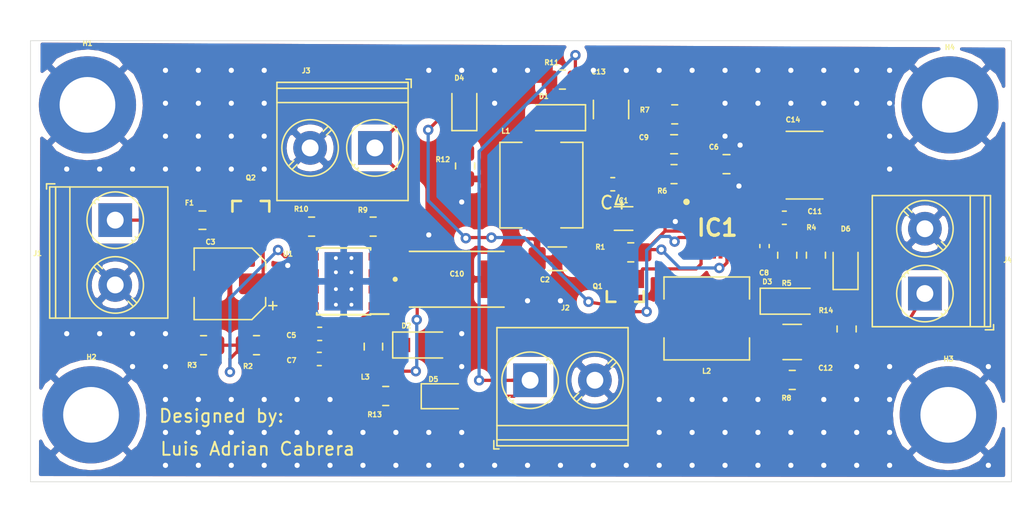
<source format=kicad_pcb>
(kicad_pcb (version 20171130) (host pcbnew "(5.1.12)-1")
  (layers (0 F.Cu signal) (31 B.Cu signal) (34 B.Paste user) (35 F.Paste user) (36 B.SilkS user) (37 F.SilkS user) (38 B.Mask user) (39 F.Mask user) (44 Edge.Cuts user))
  (net 0 "")
  (net 1 +5V)
  (net 2 GND)
  (net 3 "Net-(C2-Pad1)")
  (net 4 "Net-(C3-Pad1)")
  (net 5 "Net-(C4-Pad1)")
  (net 6 "Net-(C5-Pad2)")
  (net 7 "Net-(C5-Pad1)")
  (net 8 "Net-(C6-Pad1)")
  (net 9 "Net-(C8-Pad1)")
  (net 10 -12V)
  (net 11 +12V)
  (net 12 "Net-(C9-Pad2)")
  (net 13 "Net-(C11-Pad1)")
  (net 14 "Net-(C14-Pad1)")
  (net 15 "Net-(D1-Pad2)")
  (net 16 "Net-(D3-Pad1)")
  (net 17 "Net-(D4-Pad1)")
  (net 18 "Net-(D5-Pad1)")
  (net 19 "Net-(D6-Pad1)")
  (net 20 "Net-(F1-Pad1)")
  (net 21 VCC)
  (net 22 "Net-(IC1-Pad7)")
  (net 23 "Net-(R2-Pad2)")
  (net 24 FB)
  (net 25 "Net-(U1-Pad2)")
  (net 26 "Net-(U1-Pad3)")
  (net 27 "Net-(IC1-Pad12)")
  (net 28 "Net-(IC1-Pad20)")
  (module TerminalBlock_Phoenix:TerminalBlock_Phoenix_PT-1,5-2-5.0-H_1x02_P5.00mm_Horizontal (layer F.Cu) (at 147.51812 107.7341)
    (fp_text reference J2 (at 2.72288 -5.588) (layer F.SilkS) (effects (font (size 0.381 0.381) (thickness 0.09525))))
    (fp_text value Screw_Terminal_01x02)
    (pad 2 thru_hole circle (at 5 0) (size 2.6 2.6) (drill 1.3) (layers *.Cu *.Mask) (net 2 GND))
    (pad 1 thru_hole rect (at 0 0) (size 2.6 2.6) (drill 1.3) (layers *.Cu *.Mask) (net 11 +12V))
  )
  (module Capacitor_SMD:C_0402_1005Metric_Pad0.74x0.62mm_HandSolder (layer F.Cu) (at 165.608 97.38106 270)
    (fp_text reference C8 (at 2.06248 0.0381 180) (layer F.SilkS) (effects (font (size 0.381 0.381) (thickness 0.09525))))
    (fp_text value 8.2pF)
    (pad 1 smd roundrect (at -0.5675 0 270) (size 0.735 0.62) (layers F.Cu F.Paste F.Mask) (net 9 "Net-(C8-Pad1)"))
    (pad 2 smd roundrect (at 0.5675 0 270) (size 0.735 0.62) (layers F.Cu F.Paste F.Mask) (net 10 -12V))
  )
  (module Footprint_fuente:CAP_10TPB220M (layer F.Cu) (at 141.85646 99.94138)
    (fp_text reference C10 (at 0.01524 -0.41656) (layer F.SilkS) (effects (font (size 0.381 0.381) (thickness 0.09525))))
    (fp_text value 220u)
    (pad 2 smd rect (at 3.05 0) (size 2.4 2.9) (layers F.Cu F.Paste F.Mask) (net 2 GND))
    (pad 1 smd rect (at -3.05 0) (size 2.4 2.9) (layers F.Cu F.Paste F.Mask) (net 1 +5V))
  )
  (module Capacitor_SMD:C_1206_3216Metric_Pad1.33x1.80mm_HandSolder (layer F.Cu) (at 154.73172 95.25508)
    (fp_text reference C1 (at -0.00508 -1.38684) (layer F.SilkS) (effects (font (size 0.381 0.381) (thickness 0.09525))))
    (fp_text value 10uF)
    (pad 2 smd roundrect (at 1.5625 0) (size 1.325 1.8) (layers F.Cu F.Paste F.Mask) (roundrect_rratio 0.188679) (net 2 GND))
    (pad 1 smd roundrect (at -1.5625 0) (size 1.325 1.8) (layers F.Cu F.Paste F.Mask) (roundrect_rratio 0.188679) (net 1 +5V))
  )
  (module Capacitor_SMD:C_1206_3216Metric_Pad1.33x1.80mm_HandSolder (layer F.Cu) (at 149.62084 98.3615 180)
    (fp_text reference C2 (at 0.95972 -1.61036) (layer F.SilkS) (effects (font (size 0.381 0.381) (thickness 0.09525))))
    (fp_text value 10uF)
    (pad 1 smd roundrect (at -1.5625 0 180) (size 1.325 1.8) (layers F.Cu F.Paste F.Mask) (roundrect_rratio 0.188679) (net 3 "Net-(C2-Pad1)"))
    (pad 2 smd roundrect (at 1.5625 0 180) (size 1.325 1.8) (layers F.Cu F.Paste F.Mask) (roundrect_rratio 0.188679) (net 2 GND))
  )
  (module Capacitor_SMD:CP_Elec_5x5.9 (layer F.Cu) (at 124.35078 100.29444 180)
    (fp_text reference C3 (at 1.49606 3.23088) (layer F.SilkS) (effects (font (size 0.381 0.381) (thickness 0.09525))))
    (fp_text value 10u)
    (pad 2 smd roundrect (at 2.2 0 180) (size 3 1.6) (layers F.Cu F.Paste F.Mask) (roundrect_rratio 0.15625) (net 2 GND))
    (pad 1 smd roundrect (at -2.2 0 180) (size 3 1.6) (layers F.Cu F.Paste F.Mask) (roundrect_rratio 0.15625) (net 4 "Net-(C3-Pad1)"))
  )
  (module Capacitor_SMD:C_0603_1608Metric_Pad1.08x0.95mm_HandSolder (layer F.Cu) (at 131.28244 104.15778)
    (fp_text reference C5 (at -2.18948 0.10668) (layer F.SilkS) (effects (font (size 0.381 0.381) (thickness 0.09525))))
    (fp_text value 10n)
    (pad 1 smd roundrect (at -0.8625 0) (size 1.075 0.95) (layers F.Cu F.Paste F.Mask) (net 7 "Net-(C5-Pad1)"))
    (pad 2 smd roundrect (at 0.8625 0) (size 1.075 0.95) (layers F.Cu F.Paste F.Mask) (net 6 "Net-(C5-Pad2)"))
  )
  (module Capacitor_SMD:C_0603_1608Metric_Pad1.08x0.95mm_HandSolder (layer F.Cu) (at 131.25196 106.0958 180)
    (fp_text reference C7 (at 2.1463 -0.1016) (layer F.SilkS) (effects (font (size 0.381 0.381) (thickness 0.09525))))
    (fp_text value 10u)
    (pad 2 smd roundrect (at 0.8625 0 180) (size 1.075 0.95) (layers F.Cu F.Paste F.Mask) (net 2 GND))
    (pad 1 smd roundrect (at -0.8625 0 180) (size 1.075 0.95) (layers F.Cu F.Paste F.Mask) (net 1 +5V))
  )
  (module Capacitor_SMD:C_0805_2012Metric_Pad1.18x1.45mm_HandSolder (layer F.Cu) (at 158.62944 89.5223)
    (fp_text reference C9 (at -2.33426 -0.52578) (layer F.SilkS) (effects (font (size 0.381 0.381) (thickness 0.09525))))
    (fp_text value 6.8pF)
    (pad 2 smd roundrect (at 1.0375 0) (size 1.175 1.45) (layers F.Cu F.Paste F.Mask) (roundrect_rratio 0.212766) (net 12 "Net-(C9-Pad2)"))
    (pad 1 smd roundrect (at -1.0375 0) (size 1.175 1.45) (layers F.Cu F.Paste F.Mask) (roundrect_rratio 0.212766) (net 11 +12V))
  )
  (module Capacitor_SMD:C_0603_1608Metric_Pad1.08x0.95mm_HandSolder (layer F.Cu) (at 167.13708 95.19666)
    (fp_text reference C11 (at 2.35458 -0.49022 180) (layer F.SilkS) (effects (font (size 0.381 0.381) (thickness 0.09525))))
    (fp_text value 220n)
    (pad 1 smd roundrect (at -0.8625 0) (size 1.075 0.95) (layers F.Cu F.Paste F.Mask) (net 13 "Net-(C11-Pad1)"))
    (pad 2 smd roundrect (at 0.8625 0) (size 1.075 0.95) (layers F.Cu F.Paste F.Mask) (net 2 GND))
  )
  (module Capacitor_SMD:C_1210_3225Metric_Pad1.33x2.70mm_HandSolder (layer F.Cu) (at 167.74414 104.78262 180)
    (fp_text reference C12 (at -2.57556 -2.0066 180) (layer F.SilkS) (effects (font (size 0.381 0.381) (thickness 0.09525))))
    (fp_text value 22uF)
    (pad 2 smd roundrect (at 1.5625 0 180) (size 1.325 2.7) (layers F.Cu F.Paste F.Mask) (roundrect_rratio 0.188679) (net 2 GND))
    (pad 1 smd roundrect (at -1.5625 0 180) (size 1.325 2.7) (layers F.Cu F.Paste F.Mask) (roundrect_rratio 0.188679) (net 10 -12V))
  )
  (module Capacitor_SMD:C_1210_3225Metric_Pad1.33x2.70mm_HandSolder (layer F.Cu) (at 153.76398 86.8426 90)
    (fp_text reference C13 (at 2.91338 -0.97028 180) (layer F.SilkS) (effects (font (size 0.381 0.381) (thickness 0.09525))))
    (fp_text value 22uF)
    (pad 1 smd roundrect (at -1.5625 0 90) (size 1.325 2.7) (layers F.Cu F.Paste F.Mask) (roundrect_rratio 0.188679) (net 11 +12V))
    (pad 2 smd roundrect (at 1.5625 0 90) (size 1.325 2.7) (layers F.Cu F.Paste F.Mask) (roundrect_rratio 0.188679) (net 2 GND))
  )
  (module Capacitor_SMD:C_2220_5650Metric_Pad1.97x5.40mm_HandSolder (layer F.Cu) (at 168.69664 91.13774)
    (fp_text reference C14 (at -0.89154 -3.50774) (layer F.SilkS) (effects (font (size 0.381 0.381) (thickness 0.09525))))
    (fp_text value 4.7n)
    (pad 2 smd roundrect (at 2.6375 0) (size 1.975 5.4) (layers F.Cu F.Paste F.Mask) (roundrect_rratio 0.126582) (net 2 GND))
    (pad 1 smd roundrect (at -2.6375 0) (size 1.975 5.4) (layers F.Cu F.Paste F.Mask) (roundrect_rratio 0.126582) (net 14 "Net-(C14-Pad1)"))
  )
  (module Diode_SMD:D_SOD-123F (layer F.Cu) (at 149.5933 87.47506 180)
    (fp_text reference D1 (at 1.01854 1.651) (layer F.SilkS) (effects (font (size 0.381 0.381) (thickness 0.09525))))
    (fp_text value B5819W)
    (pad 2 smd rect (at 1.4 0 180) (size 1.1 1.1) (layers F.Cu F.Paste F.Mask) (net 15 "Net-(D1-Pad2)"))
    (pad 1 smd rect (at -1.4 0 180) (size 1.1 1.1) (layers F.Cu F.Paste F.Mask) (net 11 +12V))
  )
  (module Diode_SMD:D_SOD-123F (layer F.Cu) (at 139.1158 105.0163)
    (fp_text reference D2 (at -1.14808 -1.4859) (layer F.SilkS) (effects (font (size 0.381 0.381) (thickness 0.09525))))
    (fp_text value 85819W)
    (pad 2 smd rect (at 1.4 0) (size 1.1 1.1) (layers F.Cu F.Paste F.Mask) (net 2 GND))
    (pad 1 smd rect (at -1.4 0) (size 1.1 1.1) (layers F.Cu F.Paste F.Mask) (net 7 "Net-(C5-Pad1)"))
  )
  (module Diode_SMD:D_SOD-123F (layer F.Cu) (at 167.4749 101.63556)
    (fp_text reference D3 (at -1.65608 -1.50622) (layer F.SilkS) (effects (font (size 0.381 0.381) (thickness 0.09525))))
    (fp_text value B5819W)
    (pad 1 smd rect (at -1.4 0) (size 1.1 1.1) (layers F.Cu F.Paste F.Mask) (net 16 "Net-(D3-Pad1)"))
    (pad 2 smd rect (at 1.4 0) (size 1.1 1.1) (layers F.Cu F.Paste F.Mask) (net 10 -12V))
  )
  (module LED_SMD:LED_0805_2012Metric_Pad1.15x1.40mm_HandSolder (layer F.Cu) (at 142.44574 86.61146 90)
    (fp_text reference D4 (at 2.20218 -0.3937 180) (layer F.SilkS) (effects (font (size 0.381 0.381) (thickness 0.09525))))
    (fp_text value RED)
    (pad 2 smd roundrect (at 1.025 0 90) (size 1.15 1.4) (layers F.Cu F.Paste F.Mask) (roundrect_rratio 0.217391) (net 1 +5V))
    (pad 1 smd roundrect (at -1.025 0 90) (size 1.15 1.4) (layers F.Cu F.Paste F.Mask) (roundrect_rratio 0.217391) (net 17 "Net-(D4-Pad1)"))
  )
  (module LED_SMD:LED_0805_2012Metric_Pad1.15x1.40mm_HandSolder (layer F.Cu) (at 140.97762 108.96854)
    (fp_text reference D5 (at -0.92202 -1.31064) (layer F.SilkS) (effects (font (size 0.381 0.381) (thickness 0.09525))))
    (fp_text value GREEN)
    (pad 2 smd roundrect (at 1.025 0) (size 1.15 1.4) (layers F.Cu F.Paste F.Mask) (roundrect_rratio 0.217391) (net 11 +12V))
    (pad 1 smd roundrect (at -1.025 0) (size 1.15 1.4) (layers F.Cu F.Paste F.Mask) (roundrect_rratio 0.217391) (net 18 "Net-(D5-Pad1)"))
  )
  (module LED_SMD:LED_0805_2012Metric_Pad1.15x1.40mm_HandSolder (layer F.Cu) (at 171.86148 98.87204 90)
    (fp_text reference D6 (at 2.82194 0.00762 180) (layer F.SilkS) (effects (font (size 0.381 0.381) (thickness 0.09525))))
    (fp_text value YELLOW)
    (pad 1 smd roundrect (at -1.025 0 90) (size 1.15 1.4) (layers F.Cu F.Paste F.Mask) (roundrect_rratio 0.217391) (net 19 "Net-(D6-Pad1)"))
    (pad 2 smd roundrect (at 1.025 0 90) (size 1.15 1.4) (layers F.Cu F.Paste F.Mask) (roundrect_rratio 0.217391) (net 2 GND))
  )
  (module Fuse:Fuse_0805_2012Metric_Pad1.15x1.40mm_HandSolder (layer F.Cu) (at 122.23242 95.38208 180)
    (fp_text reference F1 (at 1.00584 1.33604) (layer F.SilkS) (effects (font (size 0.381 0.381) (thickness 0.09525))))
    (fp_text value 500mA)
    (pad 2 smd roundrect (at 1.025 0 180) (size 1.15 1.4) (layers F.Cu F.Paste F.Mask) (roundrect_rratio 0.217391) (net 21 VCC))
    (pad 1 smd roundrect (at -1.025 0 180) (size 1.15 1.4) (layers F.Cu F.Paste F.Mask) (roundrect_rratio 0.217391) (net 20 "Net-(F1-Pad1)"))
  )
  (module MountingHole:MountingHole_4.3mm_M4_DIN965_Pad (layer F.Cu) (at 113.3602 86.485141)
    (fp_text reference H1 (at 0 -4.75) (layer F.SilkS) (effects (font (size 0.381 0.381) (thickness 0.09525))))
    (fp_text value MountingHole_Pad)
    (pad 1 thru_hole circle (at 0 0) (size 7.5 7.5) (drill 4.3) (layers *.Cu *.Mask) (net 2 GND))
  )
  (module MountingHole:MountingHole_4.3mm_M4_DIN965_Pad (layer F.Cu) (at 113.635201 110.40364)
    (fp_text reference H2 (at 0.03302 -4.45516) (layer F.SilkS) (effects (font (size 0.381 0.381) (thickness 0.09525))))
    (fp_text value MountingHole_Pad)
    (pad 1 thru_hole circle (at 0 0) (size 7.5 7.5) (drill 4.3) (layers *.Cu *.Mask) (net 2 GND))
  )
  (module MountingHole:MountingHole_4.3mm_M4_DIN965_Pad (layer F.Cu) (at 179.788139 110.40364)
    (fp_text reference H3 (at 0.017099 -4.318) (layer F.SilkS) (effects (font (size 0.381 0.381) (thickness 0.09525))))
    (fp_text value MountingHole_Pad)
    (pad 1 thru_hole circle (at 0 0) (size 7.5 7.5) (drill 4.3) (layers *.Cu *.Mask) (net 2 GND))
  )
  (module MountingHole:MountingHole_4.3mm_M4_DIN965_Pad (layer F.Cu) (at 179.9082 86.485141)
    (fp_text reference H4 (at 0 -4.443141) (layer F.SilkS) (effects (font (size 0.381 0.381) (thickness 0.09525))))
    (fp_text value MountingHole_Pad)
    (pad 1 thru_hole circle (at 0 0) (size 7.5 7.5) (drill 4.3) (layers *.Cu *.Mask) (net 2 GND))
  )
  (module TerminalBlock_Phoenix:TerminalBlock_Phoenix_PT-1,5-2-5.0-H_1x02_P5.00mm_Horizontal (layer F.Cu) (at 115.50396 95.37954 270)
    (fp_text reference J1 (at 2.5654 5.9944 180) (layer F.SilkS) (effects (font (size 0.381 0.381) (thickness 0.09525))))
    (fp_text value Screw_Terminal_01x02)
    (pad 1 thru_hole rect (at 0 0 270) (size 2.6 2.6) (drill 1.3) (layers *.Cu *.Mask) (net 21 VCC))
    (pad 2 thru_hole circle (at 5 0 270) (size 2.6 2.6) (drill 1.3) (layers *.Cu *.Mask) (net 2 GND))
  )
  (module TerminalBlock_Phoenix:TerminalBlock_Phoenix_PT-1,5-2-5.0-H_1x02_P5.00mm_Horizontal (layer F.Cu) (at 135.54202 89.80678 180)
    (fp_text reference J3 (at 5.30606 5.95884) (layer F.SilkS) (effects (font (size 0.381 0.381) (thickness 0.09525))))
    (fp_text value Screw_Terminal_01x02)
    (pad 1 thru_hole rect (at 0 0 180) (size 2.6 2.6) (drill 1.3) (layers *.Cu *.Mask) (net 1 +5V))
    (pad 2 thru_hole circle (at 5 0 180) (size 2.6 2.6) (drill 1.3) (layers *.Cu *.Mask) (net 2 GND))
  )
  (module TerminalBlock_Phoenix:TerminalBlock_Phoenix_PT-1,5-2-5.0-H_1x02_P5.00mm_Horizontal (layer F.Cu) (at 177.98288 101.04374 90)
    (fp_text reference J4 (at 2.59334 6.38556 180) (layer F.SilkS) (effects (font (size 0.381 0.381) (thickness 0.09525))))
    (fp_text value Screw_Terminal_01x02)
    (pad 1 thru_hole rect (at 0 0 90) (size 2.6 2.6) (drill 1.3) (layers *.Cu *.Mask) (net 10 -12V))
    (pad 2 thru_hole circle (at 5 0 90) (size 2.6 2.6) (drill 1.3) (layers *.Cu *.Mask) (net 2 GND))
  )
  (module Inductor_SMD:L_6.3x6.3_H3 (layer F.Cu) (at 148.38934 92.67698 90)
    (fp_text reference L1 (at 4.17576 -2.74828 180) (layer F.SilkS) (effects (font (size 0.381 0.381) (thickness 0.09525))))
    (fp_text value 10uF)
    (pad 1 smd rect (at -2.75 0 90) (size 1.5 2.4) (layers F.Cu F.Paste F.Mask) (net 3 "Net-(C2-Pad1)"))
    (pad 2 smd rect (at 2.75 0 90) (size 1.5 2.4) (layers F.Cu F.Paste F.Mask) (net 15 "Net-(D1-Pad2)"))
  )
  (module Inductor_SMD:L_6.3x6.3_H3 (layer F.Cu) (at 161.1503 102.96652)
    (fp_text reference L2 (at -0.01016 4.05892) (layer F.SilkS) (effects (font (size 0.381 0.381) (thickness 0.09525))))
    (fp_text value 10uF)
    (pad 2 smd rect (at 2.75 0) (size 1.5 2.4) (layers F.Cu F.Paste F.Mask) (net 16 "Net-(D3-Pad1)"))
    (pad 1 smd rect (at -2.75 0) (size 1.5 2.4) (layers F.Cu F.Paste F.Mask) (net 2 GND))
  )
  (module Inductor_SMD:L_0805_2012Metric_Pad1.15x1.40mm_HandSolder (layer F.Cu) (at 135.42772 105.1396 270)
    (fp_text reference L3 (at 2.33796 0.63246 180) (layer F.SilkS) (effects (font (size 0.381 0.381) (thickness 0.09525))))
    (fp_text value +47u)
    (pad 2 smd roundrect (at 1.025 0 270) (size 1.15 1.4) (layers F.Cu F.Paste F.Mask) (roundrect_rratio 0.217391) (net 1 +5V))
    (pad 1 smd roundrect (at -1.025 0 270) (size 1.15 1.4) (layers F.Cu F.Paste F.Mask) (roundrect_rratio 0.217391) (net 7 "Net-(C5-Pad1)"))
  )
  (module Footprint_fuente:SOT23 (layer F.Cu) (at 154.86126 101.02088 180)
    (fp_text reference Q1 (at 2.12852 0.53594) (layer F.SilkS) (effects (font (size 0.381 0.381) (thickness 0.09525))))
    (fp_text value Q_PMOS_GSD)
    (pad 3 smd rect (at 0 -1.1 180) (size 1 1.4) (layers F.Cu F.Paste F.Mask) (net 1 +5V))
    (pad 2 smd rect (at 0.95 1.1 180) (size 1 1.4) (layers F.Cu F.Paste F.Mask) (net 3 "Net-(C2-Pad1)"))
    (pad 1 smd rect (at -0.95 1.1 180) (size 1 1.4) (layers F.Cu F.Paste F.Mask) (net 22 "Net-(IC1-Pad7)"))
  )
  (module Footprint_fuente:SOT23 (layer F.Cu) (at 125.96876 94.56166)
    (fp_text reference Q2 (at -0.00762 -2.45364) (layer F.SilkS) (effects (font (size 0.381 0.381) (thickness 0.09525))))
    (fp_text value Q_PMOS_GSD)
    (pad 1 smd rect (at -0.95 1.1) (size 1 1.4) (layers F.Cu F.Paste F.Mask) (net 2 GND))
    (pad 2 smd rect (at 0.95 1.1) (size 1 1.4) (layers F.Cu F.Paste F.Mask) (net 4 "Net-(C3-Pad1)"))
    (pad 3 smd rect (at 0 -1.1) (size 1 1.4) (layers F.Cu F.Paste F.Mask) (net 20 "Net-(F1-Pad1)"))
  )
  (module Resistor_SMD:R_0805_2012Metric_Pad1.20x1.40mm_HandSolder (layer F.Cu) (at 155.28544 97.8662)
    (fp_text reference R1 (at -2.34696 -0.41402) (layer F.SilkS) (effects (font (size 0.381 0.381) (thickness 0.09525))))
    (fp_text value 100)
    (pad 2 smd roundrect (at 1 0) (size 1.2 1.4) (layers F.Cu F.Paste F.Mask) (roundrect_rratio 0.208333) (net 5 "Net-(C4-Pad1)"))
    (pad 1 smd roundrect (at -1 0) (size 1.2 1.4) (layers F.Cu F.Paste F.Mask) (roundrect_rratio 0.208333) (net 1 +5V))
  )
  (module Resistor_SMD:R_0805_2012Metric_Pad1.20x1.40mm_HandSolder (layer F.Cu) (at 126.4031 105.029 180)
    (fp_text reference R2 (at 0.65532 -1.6256) (layer F.SilkS) (effects (font (size 0.381 0.381) (thickness 0.09525))))
    (fp_text value 100k)
    (pad 2 smd roundrect (at 1 0 180) (size 1.2 1.4) (layers F.Cu F.Paste F.Mask) (roundrect_rratio 0.208333) (net 23 "Net-(R2-Pad2)"))
    (pad 1 smd roundrect (at -1 0 180) (size 1.2 1.4) (layers F.Cu F.Paste F.Mask) (roundrect_rratio 0.208333) (net 4 "Net-(C3-Pad1)"))
  )
  (module Resistor_SMD:R_0805_2012Metric_Pad1.20x1.40mm_HandSolder (layer F.Cu) (at 122.31878 105.03154 180)
    (fp_text reference R3 (at 0.88646 -1.54178) (layer F.SilkS) (effects (font (size 0.381 0.381) (thickness 0.09525))))
    (fp_text value 100k)
    (pad 1 smd roundrect (at -1 0 180) (size 1.2 1.4) (layers F.Cu F.Paste F.Mask) (roundrect_rratio 0.208333) (net 23 "Net-(R2-Pad2)"))
    (pad 2 smd roundrect (at 1 0 180) (size 1.2 1.4) (layers F.Cu F.Paste F.Mask) (roundrect_rratio 0.208333) (net 2 GND))
  )
  (module Resistor_SMD:R_0805_2012Metric_Pad1.20x1.40mm_HandSolder (layer F.Cu) (at 169.57548 98.08464 270)
    (fp_text reference R4 (at -2.13614 0.35306 180) (layer F.SilkS) (effects (font (size 0.381 0.381) (thickness 0.09525))))
    (fp_text value 100k)
    (pad 1 smd roundrect (at -1 0 270) (size 1.2 1.4) (layers F.Cu F.Paste F.Mask) (roundrect_rratio 0.208333) (net 13 "Net-(C11-Pad1)"))
    (pad 2 smd roundrect (at 1 0 270) (size 1.2 1.4) (layers F.Cu F.Paste F.Mask) (roundrect_rratio 0.208333) (net 9 "Net-(C8-Pad1)"))
  )
  (module Resistor_SMD:R_0805_2012Metric_Pad1.20x1.40mm_HandSolder (layer F.Cu) (at 167.3606 98.08718 270)
    (fp_text reference R5 (at 2.15646 0.04826 180) (layer F.SilkS) (effects (font (size 0.381 0.381) (thickness 0.09525))))
    (fp_text value 1M)
    (pad 2 smd roundrect (at 1 0 270) (size 1.2 1.4) (layers F.Cu F.Paste F.Mask) (roundrect_rratio 0.208333) (net 10 -12V))
    (pad 1 smd roundrect (at -1 0 270) (size 1.2 1.4) (layers F.Cu F.Paste F.Mask) (roundrect_rratio 0.208333) (net 9 "Net-(C8-Pad1)"))
  )
  (module Resistor_SMD:R_0805_2012Metric_Pad1.20x1.40mm_HandSolder (layer F.Cu) (at 158.6263 91.82862)
    (fp_text reference R6 (at -0.91008 1.29794) (layer F.SilkS) (effects (font (size 0.381 0.381) (thickness 0.09525))))
    (fp_text value 1M)
    (pad 2 smd roundrect (at 1 0) (size 1.2 1.4) (layers F.Cu F.Paste F.Mask) (roundrect_rratio 0.208333) (net 12 "Net-(C9-Pad2)"))
    (pad 1 smd roundrect (at -1 0) (size 1.2 1.4) (layers F.Cu F.Paste F.Mask) (roundrect_rratio 0.208333) (net 11 +12V))
  )
  (module Resistor_SMD:R_0805_2012Metric_Pad1.20x1.40mm_HandSolder (layer F.Cu) (at 158.67634 87.21598 180)
    (fp_text reference R7 (at 2.3114 0.34036) (layer F.SilkS) (effects (font (size 0.381 0.381) (thickness 0.09525))))
    (fp_text value 110k)
    (pad 1 smd roundrect (at -1 0 180) (size 1.2 1.4) (layers F.Cu F.Paste F.Mask) (roundrect_rratio 0.208333) (net 12 "Net-(C9-Pad2)"))
    (pad 2 smd roundrect (at 1 0 180) (size 1.2 1.4) (layers F.Cu F.Paste F.Mask) (roundrect_rratio 0.208333) (net 2 GND))
  )
  (module Resistor_SMD:R_0805_2012Metric_Pad1.20x1.40mm_HandSolder (layer F.Cu) (at 167.74922 107.71124 180)
    (fp_text reference R8 (at 0.44958 -1.397) (layer F.SilkS) (effects (font (size 0.381 0.381) (thickness 0.09525))))
    (fp_text value 12k)
    (pad 2 smd roundrect (at 1 0 180) (size 1.2 1.4) (layers F.Cu F.Paste F.Mask) (roundrect_rratio 0.208333) (net 2 GND))
    (pad 1 smd roundrect (at -1 0 180) (size 1.2 1.4) (layers F.Cu F.Paste F.Mask) (roundrect_rratio 0.208333) (net 10 -12V))
  )
  (module Resistor_SMD:R_0805_2012Metric_Pad1.20x1.40mm_HandSolder (layer F.Cu) (at 135.406739 95.879879 180)
    (fp_text reference R9 (at 0.799439 1.280119) (layer F.SilkS) (effects (font (size 0.381 0.381) (thickness 0.09525))))
    (fp_text value 10k)
    (pad 2 smd roundrect (at 1 0 180) (size 1.2 1.4) (layers F.Cu F.Paste F.Mask) (roundrect_rratio 0.208333) (net 24 FB))
    (pad 1 smd roundrect (at -1 0 180) (size 1.2 1.4) (layers F.Cu F.Paste F.Mask) (roundrect_rratio 0.208333) (net 1 +5V))
  )
  (module Resistor_SMD:R_0805_2012Metric_Pad1.20x1.40mm_HandSolder (layer F.Cu) (at 130.656739 95.879879 180)
    (fp_text reference R10 (at 0.799239 1.358859) (layer F.SilkS) (effects (font (size 0.381 0.381) (thickness 0.09525))))
    (fp_text value 3.3k)
    (pad 1 smd roundrect (at -1 0 180) (size 1.2 1.4) (layers F.Cu F.Paste F.Mask) (roundrect_rratio 0.208333) (net 24 FB))
    (pad 2 smd roundrect (at 1 0 180) (size 1.2 1.4) (layers F.Cu F.Paste F.Mask) (roundrect_rratio 0.208333) (net 2 GND))
  )
  (module Resistor_SMD:R_0805_2012Metric_Pad1.20x1.40mm_HandSolder (layer F.Cu) (at 150.0124 84.53374 180)
    (fp_text reference R11 (at 0.83058 1.31826 180) (layer F.SilkS) (effects (font (size 0.381 0.381) (thickness 0.09525))))
    (fp_text value 12k)
    (pad 1 smd roundrect (at -1 0 180) (size 1.2 1.4) (layers F.Cu F.Paste F.Mask) (roundrect_rratio 0.208333) (net 11 +12V))
    (pad 2 smd roundrect (at 1 0 180) (size 1.2 1.4) (layers F.Cu F.Paste F.Mask) (roundrect_rratio 0.208333) (net 2 GND))
  )
  (module Resistor_SMD:R_0805_2012Metric_Pad1.20x1.40mm_HandSolder (layer F.Cu) (at 142.50162 91.19946 270)
    (fp_text reference R12 (at -0.50114 1.71958 180) (layer F.SilkS) (effects (font (size 0.381 0.381) (thickness 0.09525))))
    (fp_text value 1.5k)
    (pad 2 smd roundrect (at 1 0 270) (size 1.2 1.4) (layers F.Cu F.Paste F.Mask) (roundrect_rratio 0.208333) (net 2 GND))
    (pad 1 smd roundrect (at -1 0 270) (size 1.2 1.4) (layers F.Cu F.Paste F.Mask) (roundrect_rratio 0.208333) (net 17 "Net-(D4-Pad1)"))
  )
  (module Resistor_SMD:R_0805_2012Metric_Pad1.20x1.40mm_HandSolder (layer F.Cu) (at 136.37768 108.95076 180)
    (fp_text reference R13 (at 0.85344 -1.43256) (layer F.SilkS) (effects (font (size 0.381 0.381) (thickness 0.09525))))
    (fp_text value 4.3k)
    (pad 1 smd roundrect (at -1 0 180) (size 1.2 1.4) (layers F.Cu F.Paste F.Mask) (roundrect_rratio 0.208333) (net 18 "Net-(D5-Pad1)"))
    (pad 2 smd roundrect (at 1 0 180) (size 1.2 1.4) (layers F.Cu F.Paste F.Mask) (roundrect_rratio 0.208333) (net 2 GND))
  )
  (module Resistor_SMD:R_0805_2012Metric_Pad1.20x1.40mm_HandSolder (layer F.Cu) (at 171.94276 103.77678 270)
    (fp_text reference R14 (at -1.43002 1.59512 180) (layer F.SilkS) (effects (font (size 0.381 0.381) (thickness 0.09525))))
    (fp_text value 5.1k)
    (pad 1 smd roundrect (at -1 0 270) (size 1.2 1.4) (layers F.Cu F.Paste F.Mask) (roundrect_rratio 0.208333) (net 19 "Net-(D6-Pad1)"))
    (pad 2 smd roundrect (at 1 0 270) (size 1.2 1.4) (layers F.Cu F.Paste F.Mask) (roundrect_rratio 0.208333) (net 10 -12V))
  )
  (module Package_SO:TI_SO-PowerPAD-8_ThermalVias (layer F.Cu) (at 133.13156 100.10394 180)
    (fp_text reference U1 (at 4.30022 2.11582) (layer F.SilkS) (effects (font (size 0.381 0.381) (thickness 0.09525))))
    (fp_text value TPS5430DDA)
    (pad 9 thru_hole circle (at 0.6 1.8 180) (size 0.6 0.6) (drill 0.3) (layers *.Cu) (net 2 GND))
    (pad 9 thru_hole circle (at 0.6 0.7 180) (size 0.6 0.6) (drill 0.3) (layers *.Cu) (net 2 GND))
    (pad 9 thru_hole circle (at -0.6 0.7 180) (size 0.6 0.6) (drill 0.3) (layers *.Cu) (net 2 GND))
    (pad 9 thru_hole circle (at -0.6 1.8 180) (size 0.6 0.6) (drill 0.3) (layers *.Cu) (net 2 GND))
    (pad 9 thru_hole circle (at 0.6 -1.8 180) (size 0.6 0.6) (drill 0.3) (layers *.Cu) (net 2 GND))
    (pad 9 thru_hole circle (at 0.6 -0.6 180) (size 0.6 0.6) (drill 0.3) (layers *.Cu) (net 2 GND))
    (pad 9 thru_hole circle (at -0.6 -0.6 180) (size 0.6 0.6) (drill 0.3) (layers *.Cu) (net 2 GND))
    (pad 9 thru_hole circle (at -0.6 -1.8 180) (size 0.6 0.6) (drill 0.3) (layers *.Cu) (net 2 GND))
    (pad 9 smd rect (at 0 0 180) (size 2.95 4.5) (layers B.Cu) (net 2 GND))
    (pad 8 smd rect (at 2.7 -1.905 180) (size 1.55 0.6) (layers F.Cu F.Paste F.Mask) (net 7 "Net-(C5-Pad1)"))
    (pad 7 smd rect (at 2.7 -0.635 180) (size 1.55 0.6) (layers F.Cu F.Paste F.Mask) (net 4 "Net-(C3-Pad1)"))
    (pad 6 smd rect (at 2.7 0.635 180) (size 1.55 0.6) (layers F.Cu F.Paste F.Mask) (net 2 GND))
    (pad 5 smd rect (at 2.7 1.905 180) (size 1.55 0.6) (layers F.Cu F.Paste F.Mask) (net 23 "Net-(R2-Pad2)"))
    (pad 4 smd rect (at -2.7 1.905 180) (size 1.55 0.6) (layers F.Cu F.Paste F.Mask) (net 24 FB))
    (pad 3 smd rect (at -2.7 0.635 180) (size 1.55 0.6) (layers F.Cu F.Paste F.Mask) (net 26 "Net-(U1-Pad3)"))
    (pad 2 smd rect (at -2.7 -0.635 180) (size 1.55 0.6) (layers F.Cu F.Paste F.Mask) (net 25 "Net-(U1-Pad2)"))
    (pad 1 smd rect (at -2.7 -1.905 180) (size 1.55 0.6) (layers F.Cu F.Paste F.Mask) (net 6 "Net-(C5-Pad2)"))
    (pad 9 smd rect (at 0 0 180) (size 2.95 4.5) (layers F.Cu) (net 2 GND))
    (pad 9 smd rect (at 0 0 180) (size 2.6 3.1) (layers F.Cu F.Paste F.Mask) (net 2 GND))
  )
  (module Footprint_fuente:QFN50P400X400X100-25N-D (layer F.Cu) (at 161.96056 95.97136)
    (fp_text reference IC1 (at 0 0) (layer F.SilkS) (effects (font (size 1.27 1.27) (thickness 0.254))))
    (fp_text value TPS65131RGET hide)
    (pad 25 smd rect (at 0 0) (size 2.55 2.55) (layers F.Cu F.Paste F.Mask) (net 2 GND))
    (pad 24 smd rect (at -1.25 -1.95) (size 0.3 0.85) (layers F.Cu F.Paste F.Mask) (net 15 "Net-(D1-Pad2)"))
    (pad 23 smd rect (at -0.75 -1.95) (size 0.3 0.85) (layers F.Cu F.Paste F.Mask) (net 11 +12V))
    (pad 22 smd rect (at -0.25 -1.95) (size 0.3 0.85) (layers F.Cu F.Paste F.Mask) (net 12 "Net-(C9-Pad2)"))
    (pad 21 smd rect (at 0.25 -1.95) (size 0.3 0.85) (layers F.Cu F.Paste F.Mask) (net 8 "Net-(C6-Pad1)"))
    (pad 20 smd rect (at 0.75 -1.95) (size 0.3 0.85) (layers F.Cu F.Paste F.Mask) (net 28 "Net-(IC1-Pad20)"))
    (pad 19 smd rect (at 1.25 -1.95) (size 0.3 0.85) (layers F.Cu F.Paste F.Mask) (net 2 GND))
    (pad 18 smd rect (at 1.95 -1.25 90) (size 0.3 0.85) (layers F.Cu F.Paste F.Mask) (net 14 "Net-(C14-Pad1)"))
    (pad 17 smd rect (at 1.95 -0.75 90) (size 0.3 0.85) (layers F.Cu F.Paste F.Mask) (net 13 "Net-(C11-Pad1)"))
    (pad 16 smd rect (at 1.95 -0.25 90) (size 0.3 0.85) (layers F.Cu F.Paste F.Mask) (net 9 "Net-(C8-Pad1)"))
    (pad 15 smd rect (at 1.95 0.25 90) (size 0.3 0.85) (layers F.Cu F.Paste F.Mask) (net 10 -12V))
    (pad 14 smd rect (at 1.95 0.75 90) (size 0.3 0.85) (layers F.Cu F.Paste F.Mask) (net 16 "Net-(D3-Pad1)"))
    (pad 13 smd rect (at 1.95 1.25 90) (size 0.3 0.85) (layers F.Cu F.Paste F.Mask) (net 16 "Net-(D3-Pad1)"))
    (pad 12 smd rect (at 1.25 1.95) (size 0.3 0.85) (layers F.Cu F.Paste F.Mask) (net 27 "Net-(IC1-Pad12)"))
    (pad 11 smd rect (at 0.75 1.95) (size 0.3 0.85) (layers F.Cu F.Paste F.Mask) (net 5 "Net-(C4-Pad1)"))
    (pad 10 smd rect (at 0.25 1.95) (size 0.3 0.85) (layers F.Cu F.Paste F.Mask) (net 5 "Net-(C4-Pad1)"))
    (pad 9 smd rect (at -0.25 1.95) (size 0.3 0.85) (layers F.Cu F.Paste F.Mask) (net 5 "Net-(C4-Pad1)"))
    (pad 8 smd rect (at -0.75 1.95) (size 0.3 0.85) (layers F.Cu F.Paste F.Mask) (net 5 "Net-(C4-Pad1)"))
    (pad 7 smd rect (at -1.25 1.95) (size 0.3 0.85) (layers F.Cu F.Paste F.Mask) (net 22 "Net-(IC1-Pad7)"))
    (pad 6 smd rect (at -1.95 1.25 90) (size 0.3 0.85) (layers F.Cu F.Paste F.Mask) (net 1 +5V))
    (pad 5 smd rect (at -1.95 0.75 90) (size 0.3 0.85) (layers F.Cu F.Paste F.Mask) (net 1 +5V))
    (pad 4 smd rect (at -1.95 0.25 90) (size 0.3 0.85) (layers F.Cu F.Paste F.Mask) (net 5 "Net-(C4-Pad1)"))
    (pad 3 smd rect (at -1.95 -0.25 90) (size 0.3 0.85) (layers F.Cu F.Paste F.Mask) (net 2 GND))
    (pad 2 smd rect (at -1.95 -0.75 90) (size 0.3 0.85) (layers F.Cu F.Paste F.Mask) (net 2 GND))
    (pad 1 smd rect (at -1.95 -1.25 90) (size 0.3 0.85) (layers F.Cu F.Paste F.Mask) (net 15 "Net-(D1-Pad2)"))
  )
  (module Capacitor_SMD:C_0805_2012Metric_Pad1.18x1.45mm_HandSolder (layer F.Cu) (at 162.6743 91.059)
    (fp_text reference C6 (at -0.9779 -1.32334) (layer F.SilkS) (effects (font (size 0.381 0.381) (thickness 0.09525))))
    (fp_text value 10nF)
    (pad 2 smd roundrect (at 1.0375 0) (size 1.175 1.45) (layers F.Cu F.Paste F.Mask) (roundrect_rratio 0.212766) (net 2 GND))
    (pad 1 smd roundrect (at -1.0375 0) (size 1.175 1.45) (layers F.Cu F.Paste F.Mask) (roundrect_rratio 0.212766) (net 8 "Net-(C6-Pad1)"))
  )
  (module Capacitor_SMD:C_0603_1608Metric_Pad1.08x0.95mm_HandSolder (layer F.Cu) (at 153.89606 92.6084 180)
    (fp_text reference C4 (at 0 -1.43) (layer F.SilkS))
    (fp_text value 100nF)
    (pad 1 smd roundrect (at -0.8625 0 180) (size 1.075 0.95) (layers F.Cu F.Paste F.Mask) (net 5 "Net-(C4-Pad1)"))
    (pad 2 smd roundrect (at 0.8625 0 180) (size 1.075 0.95) (layers F.Cu F.Paste F.Mask) (net 2 GND))
  )
  (gr_text "Luis Adrian Cabrera" (at 126.492 113.03) (layer F.SilkS) (effects (font (size 1 1))))
  (gr_text "Designed by:" (at 123.698 110.49) (layer F.SilkS) (effects (font (size 1 1))))
  (gr_line (start 108.966 115.57) (end 184.658 115.57) (layer Edge.Cuts) (width 0.05))
  (gr_line (start 108.966 81.534) (end 108.966 115.57) (layer Edge.Cuts) (width 0.05))
  (gr_line (start 184.658 81.534) (end 108.966 81.534) (layer Edge.Cuts) (width 0.05))
  (gr_line (start 184.658 115.57) (end 184.658 81.534) (layer Edge.Cuts) (width 0.05))
  (segment (start 135.35892 106.0958) (end 135.42772 106.1646) (width 0.25) (layer F.Cu) (net 1))
  (segment (start 132.11446 106.0958) (end 135.35892 106.0958) (width 0.25) (layer F.Cu) (net 1))
  (segment (start 138.80646 98.2796) (end 138.80646 99.94138) (width 0.25) (layer F.Cu) (net 1))
  (segment (start 136.406739 95.879879) (end 138.80646 98.2796) (width 0.25) (layer F.Cu) (net 1))
  (segment (start 153.16922 96.74998) (end 154.28544 97.8662) (width 0.25) (layer F.Cu) (net 1))
  (segment (start 153.16922 95.25508) (end 153.16922 96.74998) (width 0.25) (layer F.Cu) (net 1))
  (via (at 158.66872 97.03816) (size 0.8) (drill 0.4) (layers F.Cu B.Cu) (net 1))
  (via (at 156.51226 102.44074) (size 0.8) (drill 0.4) (layers F.Cu B.Cu) (net 1))
  (segment (start 156.51226 97.710138) (end 156.51226 102.44074) (width 0.25) (layer B.Cu) (net 1))
  (segment (start 157.584237 96.638161) (end 156.51226 97.710138) (width 0.25) (layer B.Cu) (net 1))
  (via (at 152.02408 101.68128) (size 0.8) (drill 0.4) (layers F.Cu B.Cu) (net 1))
  (segment (start 147.066 96.7232) (end 144.53108 96.7232) (width 0.25) (layer B.Cu) (net 1))
  (via (at 144.53108 96.7232) (size 0.8) (drill 0.4) (layers F.Cu B.Cu) (net 1))
  (segment (start 152.02408 101.68128) (end 147.066 96.7232) (width 0.25) (layer B.Cu) (net 1))
  (via (at 142.5575 96.774) (size 0.8) (drill 0.4) (layers F.Cu B.Cu) (net 1))
  (segment (start 142.6083 96.7232) (end 142.5575 96.774) (width 0.25) (layer F.Cu) (net 1))
  (segment (start 144.53108 96.7232) (end 142.6083 96.7232) (width 0.25) (layer F.Cu) (net 1))
  (via (at 139.65428 88.41994) (size 0.8) (drill 0.4) (layers F.Cu B.Cu) (net 1))
  (segment (start 139.65428 93.87078) (end 139.65428 88.41994) (width 0.25) (layer B.Cu) (net 1))
  (segment (start 142.5575 96.774) (end 139.65428 93.87078) (width 0.25) (layer B.Cu) (net 1))
  (segment (start 142.44574 85.62848) (end 142.44574 85.58646) (width 0.25) (layer F.Cu) (net 1))
  (segment (start 139.65428 88.41994) (end 142.44574 85.62848) (width 0.25) (layer F.Cu) (net 1))
  (segment (start 160.01056 96.72136) (end 158.98552 96.72136) (width 0.25) (layer F.Cu) (net 1))
  (segment (start 158.98552 96.72136) (end 158.66872 97.03816) (width 0.25) (layer F.Cu) (net 1))
  (segment (start 158.268721 96.638161) (end 157.584237 96.638161) (width 0.25) (layer B.Cu) (net 1))
  (segment (start 158.66872 97.03816) (end 158.268721 96.638161) (width 0.25) (layer B.Cu) (net 1))
  (segment (start 160.01056 96.72136) (end 160.01056 97.22136) (width 0.25) (layer F.Cu) (net 1))
  (segment (start 154.9019 98.48266) (end 154.28544 97.8662) (width 0.25) (layer F.Cu) (net 1))
  (segment (start 154.86126 102.12088) (end 154.9019 98.48266) (width 0.25) (layer F.Cu) (net 1))
  (segment (start 155.63832 102.44074) (end 154.86126 102.12088) (width 0.25) (layer F.Cu) (net 1))
  (segment (start 156.51226 102.44074) (end 155.63832 102.44074) (width 0.25) (layer F.Cu) (net 1))
  (segment (start 152.04712 101.70432) (end 152.02408 101.68128) (width 0.25) (layer F.Cu) (net 1))
  (segment (start 154.86126 102.12088) (end 152.04712 101.70432) (width 0.25) (layer F.Cu) (net 1))
  (segment (start 138.80646 93.07122) (end 135.54202 89.80678) (width 0.25) (layer F.Cu) (net 1))
  (segment (start 138.80646 99.94138) (end 138.80646 93.07122) (width 0.25) (layer F.Cu) (net 1))
  (segment (start 139.76234 85.58646) (end 135.54202 89.80678) (width 0.25) (layer F.Cu) (net 1))
  (segment (start 142.44574 85.58646) (end 139.76234 85.58646) (width 0.25) (layer F.Cu) (net 1))
  (via (at 138.77036 103.06812) (size 0.8) (drill 0.4) (layers F.Cu B.Cu) (net 1))
  (segment (start 138.80646 103.03202) (end 138.77036 103.06812) (width 0.25) (layer F.Cu) (net 1))
  (segment (start 138.80646 99.94138) (end 138.80646 103.03202) (width 0.25) (layer F.Cu) (net 1))
  (via (at 138.6967 107.0356) (size 0.8) (drill 0.4) (layers F.Cu B.Cu) (net 1))
  (segment (start 138.77036 106.96194) (end 138.6967 107.0356) (width 0.25) (layer B.Cu) (net 1))
  (segment (start 138.77036 103.06812) (end 138.77036 106.96194) (width 0.25) (layer B.Cu) (net 1))
  (segment (start 138.6967 107.0356) (end 136.3726 107.0356) (width 0.25) (layer F.Cu) (net 1))
  (segment (start 135.5016 106.1646) (end 135.42772 106.1646) (width 0.25) (layer F.Cu) (net 1))
  (segment (start 136.3726 107.0356) (end 135.5016 106.1646) (width 0.25) (layer F.Cu) (net 1))
  (via (at 163.72332 89.59088) (size 0.8) (drill 0.4) (layers F.Cu B.Cu) (net 2))
  (segment (start 163.7118 89.6024) (end 163.72332 89.59088) (width 0.25) (layer F.Cu) (net 2))
  (segment (start 163.7118 91.059) (end 163.7118 89.6024) (width 0.25) (layer F.Cu) (net 2))
  (via (at 163.63442 92.7481) (size 0.8) (drill 0.4) (layers F.Cu B.Cu) (net 2))
  (segment (start 163.21056 93.17196) (end 163.63442 92.7481) (width 0.25) (layer F.Cu) (net 2))
  (segment (start 163.21056 94.02136) (end 163.21056 93.17196) (width 0.25) (layer F.Cu) (net 2))
  (segment (start 163.137961 94.296119) (end 163.137961 94.793959) (width 0.25) (layer F.Cu) (net 2))
  (segment (start 163.137961 94.793959) (end 161.96056 95.97136) (width 0.25) (layer F.Cu) (net 2))
  (segment (start 163.21056 94.22352) (end 163.137961 94.296119) (width 0.25) (layer F.Cu) (net 2))
  (segment (start 163.21056 94.02136) (end 163.21056 94.22352) (width 0.25) (layer F.Cu) (net 2))
  (segment (start 161.71056 95.72136) (end 160.01056 95.72136) (width 0.25) (layer F.Cu) (net 2))
  (segment (start 161.96056 95.97136) (end 161.71056 95.72136) (width 0.25) (layer F.Cu) (net 2))
  (segment (start 160.01056 95.22136) (end 160.01056 95.72136) (width 0.25) (layer F.Cu) (net 2))
  (via (at 158.7246 95.48622) (size 0.8) (drill 0.4) (layers F.Cu B.Cu) (net 2))
  (segment (start 158.98946 95.22136) (end 158.7246 95.48622) (width 0.25) (layer F.Cu) (net 2))
  (segment (start 160.01056 95.22136) (end 158.98946 95.22136) (width 0.25) (layer F.Cu) (net 2))
  (segment (start 131.06656 100.10394) (end 130.43156 99.46894) (width 0.25) (layer F.Cu) (net 2))
  (segment (start 133.13156 100.10394) (end 131.06656 100.10394) (width 0.25) (layer F.Cu) (net 2))
  (via (at 128.8161 98.87634) (size 0.8) (drill 0.4) (layers F.Cu B.Cu) (net 2))
  (segment (start 129.4087 99.46894) (end 128.8161 98.87634) (width 0.25) (layer F.Cu) (net 2))
  (segment (start 130.43156 99.46894) (end 129.4087 99.46894) (width 0.25) (layer F.Cu) (net 2))
  (via (at 162.56 88.9) (size 0.8) (drill 0.4) (layers F.Cu B.Cu) (net 2))
  (via (at 162.56 86.36) (size 0.8) (drill 0.4) (layers F.Cu B.Cu) (net 2))
  (via (at 162.56 83.82) (size 0.8) (drill 0.4) (layers F.Cu B.Cu) (net 2))
  (via (at 165.1 83.82) (size 0.8) (drill 0.4) (layers F.Cu B.Cu) (net 2))
  (via (at 165.1 86.36) (size 0.8) (drill 0.4) (layers F.Cu B.Cu) (net 2))
  (via (at 167.64 86.36) (size 0.8) (drill 0.4) (layers F.Cu B.Cu) (net 2))
  (via (at 167.64 83.82) (size 0.8) (drill 0.4) (layers F.Cu B.Cu) (net 2))
  (via (at 170.18 83.82) (size 0.8) (drill 0.4) (layers F.Cu B.Cu) (net 2))
  (via (at 170.18 86.36) (size 0.8) (drill 0.4) (layers F.Cu B.Cu) (net 2))
  (via (at 172.72 86.36) (size 0.8) (drill 0.4) (layers F.Cu B.Cu) (net 2))
  (via (at 172.72 83.82) (size 0.8) (drill 0.4) (layers F.Cu B.Cu) (net 2))
  (via (at 175.26 83.82) (size 0.8) (drill 0.4) (layers F.Cu B.Cu) (net 2))
  (via (at 175.26 86.36) (size 0.8) (drill 0.4) (layers F.Cu B.Cu) (net 2))
  (via (at 175.26 88.9) (size 0.8) (drill 0.4) (layers F.Cu B.Cu) (net 2))
  (via (at 175.26 91.44) (size 0.8) (drill 0.4) (layers F.Cu B.Cu) (net 2))
  (via (at 175.26 106.68) (size 0.8) (drill 0.4) (layers F.Cu B.Cu) (net 2))
  (via (at 175.26 109.22) (size 0.8) (drill 0.4) (layers F.Cu B.Cu) (net 2))
  (via (at 175.26 111.76) (size 0.8) (drill 0.4) (layers F.Cu B.Cu) (net 2))
  (via (at 175.26 114.3) (size 0.8) (drill 0.4) (layers F.Cu B.Cu) (net 2))
  (via (at 172.72 106.68) (size 0.8) (drill 0.4) (layers F.Cu B.Cu) (net 2))
  (via (at 172.72 109.22) (size 0.8) (drill 0.4) (layers F.Cu B.Cu) (net 2))
  (via (at 172.72 111.76) (size 0.8) (drill 0.4) (layers F.Cu B.Cu) (net 2))
  (via (at 172.72 114.3) (size 0.8) (drill 0.4) (layers F.Cu B.Cu) (net 2))
  (via (at 170.18 114.3) (size 0.8) (drill 0.4) (layers F.Cu B.Cu) (net 2))
  (via (at 170.18 111.76) (size 0.8) (drill 0.4) (layers F.Cu B.Cu) (net 2))
  (via (at 170.18 109.22) (size 0.8) (drill 0.4) (layers F.Cu B.Cu) (net 2))
  (via (at 167.64 111.76) (size 0.8) (drill 0.4) (layers F.Cu B.Cu) (net 2))
  (via (at 167.64 114.3) (size 0.8) (drill 0.4) (layers F.Cu B.Cu) (net 2))
  (via (at 165.1 114.3) (size 0.8) (drill 0.4) (layers F.Cu B.Cu) (net 2))
  (via (at 165.1 111.76) (size 0.8) (drill 0.4) (layers F.Cu B.Cu) (net 2))
  (via (at 165.1 109.22) (size 0.8) (drill 0.4) (layers F.Cu B.Cu) (net 2))
  (via (at 162.56 109.22) (size 0.8) (drill 0.4) (layers F.Cu B.Cu) (net 2))
  (via (at 162.56 111.76) (size 0.8) (drill 0.4) (layers F.Cu B.Cu) (net 2))
  (via (at 162.56 114.3) (size 0.8) (drill 0.4) (layers F.Cu B.Cu) (net 2))
  (via (at 160.02 114.3) (size 0.8) (drill 0.4) (layers F.Cu B.Cu) (net 2))
  (via (at 160.02 111.76) (size 0.8) (drill 0.4) (layers F.Cu B.Cu) (net 2))
  (via (at 160.02 109.22) (size 0.8) (drill 0.4) (layers F.Cu B.Cu) (net 2))
  (via (at 157.48 109.22) (size 0.8) (drill 0.4) (layers F.Cu B.Cu) (net 2))
  (via (at 157.48 111.76) (size 0.8) (drill 0.4) (layers F.Cu B.Cu) (net 2))
  (via (at 157.48 114.3) (size 0.8) (drill 0.4) (layers F.Cu B.Cu) (net 2))
  (via (at 154.94 114.3) (size 0.8) (drill 0.4) (layers F.Cu B.Cu) (net 2))
  (via (at 152.4 114.3) (size 0.8) (drill 0.4) (layers F.Cu B.Cu) (net 2))
  (via (at 149.86 114.3) (size 0.8) (drill 0.4) (layers F.Cu B.Cu) (net 2))
  (via (at 147.32 114.3) (size 0.8) (drill 0.4) (layers F.Cu B.Cu) (net 2))
  (via (at 144.78 114.3) (size 0.8) (drill 0.4) (layers F.Cu B.Cu) (net 2))
  (via (at 182.88 114.3) (size 0.8) (drill 0.4) (layers F.Cu B.Cu) (net 2))
  (via (at 182.88 106.68) (size 0.8) (drill 0.4) (layers F.Cu B.Cu) (net 2))
  (via (at 160.02 83.82) (size 0.8) (drill 0.4) (layers F.Cu B.Cu) (net 2))
  (via (at 157.48 83.82) (size 0.8) (drill 0.4) (layers F.Cu B.Cu) (net 2))
  (via (at 147.32 83.82) (size 0.8) (drill 0.4) (layers F.Cu B.Cu) (net 2))
  (via (at 144.78 83.82) (size 0.8) (drill 0.4) (layers F.Cu B.Cu) (net 2))
  (via (at 144.78 86.36) (size 0.8) (drill 0.4) (layers F.Cu B.Cu) (net 2))
  (via (at 139.7 83.82) (size 0.8) (drill 0.4) (layers F.Cu B.Cu) (net 2))
  (via (at 142.24 83.82) (size 0.8) (drill 0.4) (layers F.Cu B.Cu) (net 2))
  (via (at 139.7 96.52) (size 0.8) (drill 0.4) (layers F.Cu B.Cu) (net 2))
  (via (at 127 83.82) (size 0.8) (drill 0.4) (layers F.Cu B.Cu) (net 2))
  (via (at 127 86.36) (size 0.8) (drill 0.4) (layers F.Cu B.Cu) (net 2))
  (via (at 127 88.9) (size 0.8) (drill 0.4) (layers F.Cu B.Cu) (net 2))
  (via (at 124.46 88.9) (size 0.8) (drill 0.4) (layers F.Cu B.Cu) (net 2))
  (via (at 124.46 86.36) (size 0.8) (drill 0.4) (layers F.Cu B.Cu) (net 2))
  (via (at 124.46 83.82) (size 0.8) (drill 0.4) (layers F.Cu B.Cu) (net 2))
  (via (at 121.92 83.82) (size 0.8) (drill 0.4) (layers F.Cu B.Cu) (net 2))
  (via (at 121.92 86.36) (size 0.8) (drill 0.4) (layers F.Cu B.Cu) (net 2))
  (via (at 119.38 86.36) (size 0.8) (drill 0.4) (layers F.Cu B.Cu) (net 2))
  (via (at 119.38 83.82) (size 0.8) (drill 0.4) (layers F.Cu B.Cu) (net 2))
  (via (at 119.38 88.9) (size 0.8) (drill 0.4) (layers F.Cu B.Cu) (net 2))
  (via (at 121.92 88.9) (size 0.8) (drill 0.4) (layers F.Cu B.Cu) (net 2))
  (via (at 121.92 91.44) (size 0.8) (drill 0.4) (layers F.Cu B.Cu) (net 2))
  (via (at 119.38 91.44) (size 0.8) (drill 0.4) (layers F.Cu B.Cu) (net 2))
  (via (at 124.46 91.44) (size 0.8) (drill 0.4) (layers F.Cu B.Cu) (net 2))
  (via (at 127 91.44) (size 0.8) (drill 0.4) (layers F.Cu B.Cu) (net 2))
  (via (at 116.84 91.44) (size 0.8) (drill 0.4) (layers F.Cu B.Cu) (net 2))
  (via (at 114.3 91.44) (size 0.8) (drill 0.4) (layers F.Cu B.Cu) (net 2))
  (via (at 111.76 91.44) (size 0.8) (drill 0.4) (layers F.Cu B.Cu) (net 2))
  (via (at 111.76 104.14) (size 0.8) (drill 0.4) (layers F.Cu B.Cu) (net 2))
  (via (at 114.3 104.14) (size 0.8) (drill 0.4) (layers F.Cu B.Cu) (net 2))
  (via (at 116.84 104.14) (size 0.8) (drill 0.4) (layers F.Cu B.Cu) (net 2))
  (via (at 119.38 104.14) (size 0.8) (drill 0.4) (layers F.Cu B.Cu) (net 2))
  (via (at 119.38 106.68) (size 0.8) (drill 0.4) (layers F.Cu B.Cu) (net 2))
  (via (at 116.84 106.68) (size 0.8) (drill 0.4) (layers F.Cu B.Cu) (net 2))
  (via (at 119.38 109.22) (size 0.8) (drill 0.4) (layers F.Cu B.Cu) (net 2))
  (via (at 119.38 111.76) (size 0.8) (drill 0.4) (layers F.Cu B.Cu) (net 2))
  (via (at 119.38 114.3) (size 0.8) (drill 0.4) (layers F.Cu B.Cu) (net 2))
  (via (at 121.92 114.3) (size 0.8) (drill 0.4) (layers F.Cu B.Cu) (net 2))
  (via (at 121.92 111.76) (size 0.8) (drill 0.4) (layers F.Cu B.Cu) (net 2))
  (via (at 121.92 109.22) (size 0.8) (drill 0.4) (layers F.Cu B.Cu) (net 2))
  (via (at 124.46 109.22) (size 0.8) (drill 0.4) (layers F.Cu B.Cu) (net 2))
  (via (at 127 109.22) (size 0.8) (drill 0.4) (layers F.Cu B.Cu) (net 2))
  (via (at 129.54 109.22) (size 0.8) (drill 0.4) (layers F.Cu B.Cu) (net 2))
  (via (at 132.08 109.22) (size 0.8) (drill 0.4) (layers F.Cu B.Cu) (net 2))
  (via (at 132.08 111.76) (size 0.8) (drill 0.4) (layers F.Cu B.Cu) (net 2))
  (via (at 137.16 111.76) (size 0.8) (drill 0.4) (layers F.Cu B.Cu) (net 2))
  (via (at 134.62 111.76) (size 0.8) (drill 0.4) (layers F.Cu B.Cu) (net 2))
  (via (at 139.7 111.76) (size 0.8) (drill 0.4) (layers F.Cu B.Cu) (net 2))
  (via (at 142.24 111.76) (size 0.8) (drill 0.4) (layers F.Cu B.Cu) (net 2))
  (via (at 142.24 114.3) (size 0.8) (drill 0.4) (layers F.Cu B.Cu) (net 2))
  (via (at 139.7 114.3) (size 0.8) (drill 0.4) (layers F.Cu B.Cu) (net 2))
  (via (at 137.16 114.3) (size 0.8) (drill 0.4) (layers F.Cu B.Cu) (net 2))
  (via (at 134.62 114.3) (size 0.8) (drill 0.4) (layers F.Cu B.Cu) (net 2))
  (via (at 132.08 114.3) (size 0.8) (drill 0.4) (layers F.Cu B.Cu) (net 2))
  (via (at 129.54 114.3) (size 0.8) (drill 0.4) (layers F.Cu B.Cu) (net 2))
  (via (at 127 114.3) (size 0.8) (drill 0.4) (layers F.Cu B.Cu) (net 2))
  (via (at 124.46 114.3) (size 0.8) (drill 0.4) (layers F.Cu B.Cu) (net 2))
  (via (at 124.46 111.76) (size 0.8) (drill 0.4) (layers F.Cu B.Cu) (net 2))
  (via (at 127 111.76) (size 0.8) (drill 0.4) (layers F.Cu B.Cu) (net 2))
  (via (at 129.54 111.76) (size 0.8) (drill 0.4) (layers F.Cu B.Cu) (net 2))
  (via (at 154.94 83.82) (size 0.8) (drill 0.4) (layers F.Cu B.Cu) (net 2))
  (via (at 152.4 83.82) (size 0.8) (drill 0.4) (layers F.Cu B.Cu) (net 2))
  (via (at 142.24 104.14) (size 0.8) (drill 0.4) (layers F.Cu B.Cu) (net 2))
  (via (at 142.24 106.68) (size 0.8) (drill 0.4) (layers F.Cu B.Cu) (net 2))
  (via (at 147.32 101.6) (size 0.8) (drill 0.4) (layers F.Cu B.Cu) (net 2))
  (via (at 149.86 101.6) (size 0.8) (drill 0.4) (layers F.Cu B.Cu) (net 2))
  (via (at 142.24 93.98) (size 0.8) (drill 0.4) (layers F.Cu B.Cu) (net 2))
  (segment (start 155.75416 95.25508) (end 156.29422 95.25508) (width 0.25) (layer F.Cu) (net 2))
  (segment (start 153.03356 92.6084) (end 155.75416 95.25508) (width 0.25) (layer F.Cu) (net 2))
  (segment (start 151.18334 98.22098) (end 148.38934 95.42698) (width 0.25) (layer F.Cu) (net 3))
  (segment (start 151.18334 98.3615) (end 151.18334 98.22098) (width 0.25) (layer F.Cu) (net 3))
  (segment (start 152.32616 99.50432) (end 151.18334 98.3615) (width 0.25) (layer F.Cu) (net 3))
  (segment (start 153.91126 99.92088) (end 152.32616 99.50432) (width 0.25) (layer F.Cu) (net 3))
  (segment (start 129.98706 100.29444) (end 130.43156 100.73894) (width 0.25) (layer F.Cu) (net 4))
  (segment (start 126.55078 100.29444) (end 129.98706 100.29444) (width 0.25) (layer F.Cu) (net 4))
  (segment (start 126.91876 99.92646) (end 126.55078 100.29444) (width 0.25) (layer F.Cu) (net 4))
  (segment (start 126.91876 95.66166) (end 126.91876 99.92646) (width 0.25) (layer F.Cu) (net 4))
  (segment (start 129.40656 100.73894) (end 130.43156 100.73894) (width 0.25) (layer F.Cu) (net 4))
  (segment (start 127.4031 102.7424) (end 129.40656 100.73894) (width 0.25) (layer F.Cu) (net 4))
  (segment (start 127.4031 105.029) (end 127.4031 102.7424) (width 0.25) (layer F.Cu) (net 4))
  (segment (start 162.71056 97.92136) (end 161.21056 97.92136) (width 0.25) (layer F.Cu) (net 5))
  (segment (start 159.45758 96.22136) (end 160.01056 96.22136) (width 0.25) (layer F.Cu) (net 5))
  (segment (start 156.28544 97.8662) (end 157.93028 96.22136) (width 0.25) (layer F.Cu) (net 5))
  (segment (start 157.93028 96.22136) (end 160.0367 96.22136) (width 0.25) (layer F.Cu) (net 5))
  (segment (start 160.0367 96.22136) (end 160.01056 96.22136) (width 0.25) (layer F.Cu) (net 5))
  (via (at 157.64256 97.65284) (size 0.8) (drill 0.4) (layers F.Cu B.Cu) (net 5))
  (segment (start 156.4988 97.65284) (end 156.28544 97.8662) (width 0.25) (layer F.Cu) (net 5))
  (segment (start 157.64256 97.65284) (end 156.4988 97.65284) (width 0.25) (layer F.Cu) (net 5))
  (via (at 162.1155 99.07016) (size 0.8) (drill 0.4) (layers F.Cu B.Cu) (net 5))
  (segment (start 162.71056 98.66306) (end 162.71056 97.92136) (width 0.25) (layer F.Cu) (net 5))
  (segment (start 162.30346 99.07016) (end 162.71056 98.66306) (width 0.25) (layer F.Cu) (net 5))
  (segment (start 162.1155 99.07016) (end 162.30346 99.07016) (width 0.25) (layer F.Cu) (net 5))
  (segment (start 159.05988 99.07016) (end 157.64256 97.65284) (width 0.25) (layer B.Cu) (net 5))
  (segment (start 162.1155 99.07016) (end 159.05988 99.07016) (width 0.25) (layer B.Cu) (net 5))
  (segment (start 157.93466 94.20098) (end 157.93028 96.22136) (width 0.25) (layer F.Cu) (net 5))
  (segment (start 154.75856 92.6084) (end 157.93466 94.20098) (width 0.25) (layer F.Cu) (net 5))
  (segment (start 133.02996 104.02824) (end 135.83156 102.00894) (width 0.25) (layer F.Cu) (net 6))
  (segment (start 132.14494 104.15778) (end 133.02996 104.02824) (width 0.25) (layer F.Cu) (net 6))
  (segment (start 137.7158 105.0163) (end 137.7158 104.8833) (width 0.25) (layer F.Cu) (net 7))
  (segment (start 130.43156 104.14616) (end 130.41994 104.15778) (width 0.25) (layer F.Cu) (net 7))
  (segment (start 130.43156 102.00894) (end 130.43156 104.14616) (width 0.25) (layer F.Cu) (net 7))
  (segment (start 134.58453 104.95779) (end 135.42772 104.1146) (width 0.25) (layer F.Cu) (net 7))
  (segment (start 131.21995 104.95779) (end 134.58453 104.95779) (width 0.25) (layer F.Cu) (net 7))
  (segment (start 130.41994 104.15778) (end 131.21995 104.95779) (width 0.25) (layer F.Cu) (net 7))
  (segment (start 136.8141 104.1146) (end 137.7158 105.0163) (width 0.25) (layer F.Cu) (net 7))
  (segment (start 135.42772 104.1146) (end 136.8141 104.1146) (width 0.25) (layer F.Cu) (net 7))
  (segment (start 162.21056 91.63276) (end 161.6368 91.059) (width 0.25) (layer F.Cu) (net 8))
  (segment (start 162.21056 94.02136) (end 162.21056 91.63276) (width 0.25) (layer F.Cu) (net 8))
  (segment (start 164.985097 95.72136) (end 163.91056 95.72136) (width 0.25) (layer F.Cu) (net 9))
  (segment (start 165.608 96.344263) (end 164.985097 95.72136) (width 0.25) (layer F.Cu) (net 9))
  (segment (start 165.608 96.81356) (end 165.608 96.344263) (width 0.25) (layer F.Cu) (net 9))
  (segment (start 165.88162 97.08718) (end 165.608 96.81356) (width 0.25) (layer F.Cu) (net 9))
  (segment (start 167.3606 97.08718) (end 165.88162 97.08718) (width 0.25) (layer F.Cu) (net 9))
  (segment (start 167.57802 97.08718) (end 169.57548 99.08464) (width 0.25) (layer F.Cu) (net 9))
  (segment (start 167.3606 97.08718) (end 167.57802 97.08718) (width 0.25) (layer F.Cu) (net 9))
  (segment (start 164.570562 96.22136) (end 163.91056 96.22136) (width 0.25) (layer F.Cu) (net 10))
  (segment (start 164.85616 96.25584) (end 164.570562 96.22136) (width 0.25) (layer F.Cu) (net 10))
  (segment (start 164.85616 97.21088) (end 164.85616 96.25584) (width 0.25) (layer F.Cu) (net 10))
  (segment (start 165.608 97.94856) (end 164.85616 97.21088) (width 0.25) (layer F.Cu) (net 10))
  (segment (start 166.74662 99.08718) (end 165.608 97.94856) (width 0.25) (layer F.Cu) (net 10))
  (segment (start 167.3606 99.08718) (end 166.74662 99.08718) (width 0.25) (layer F.Cu) (net 10))
  (segment (start 168.71234 100.43892) (end 167.3606 99.08718) (width 0.25) (layer F.Cu) (net 10))
  (segment (start 168.8749 101.63556) (end 169.30664 104.78262) (width 0.25) (layer F.Cu) (net 10))
  (segment (start 169.30664 104.78262) (end 168.74922 107.71124) (width 0.25) (layer F.Cu) (net 10))
  (segment (start 168.8749 101.63556) (end 168.71234 100.43892) (width 0.25) (layer F.Cu) (net 10))
  (segment (start 171.93692 104.78262) (end 171.94276 104.77678) (width 0.25) (layer F.Cu) (net 10))
  (segment (start 169.30664 104.78262) (end 171.93692 104.78262) (width 0.25) (layer F.Cu) (net 10))
  (segment (start 175.74844 104.77678) (end 171.94276 104.77678) (width 0.25) (layer F.Cu) (net 10))
  (segment (start 177.98288 101.04374) (end 175.74844 104.77678) (width 0.25) (layer F.Cu) (net 10))
  (segment (start 158.65131 92.85363) (end 157.6263 91.82862) (width 0.25) (layer F.Cu) (net 11))
  (segment (start 160.702832 92.85363) (end 158.65131 92.85363) (width 0.25) (layer F.Cu) (net 11))
  (segment (start 161.21056 93.361358) (end 160.702832 92.85363) (width 0.25) (layer F.Cu) (net 11))
  (segment (start 157.6263 89.55666) (end 157.59194 89.5223) (width 0.25) (layer F.Cu) (net 11))
  (segment (start 157.6263 91.82862) (end 157.6263 89.55666) (width 0.25) (layer F.Cu) (net 11))
  (segment (start 156.47474 88.4051) (end 153.76398 88.4051) (width 0.25) (layer F.Cu) (net 11))
  (segment (start 157.59194 89.5223) (end 156.47474 88.4051) (width 0.25) (layer F.Cu) (net 11))
  (segment (start 150.9933 87.47506) (end 150.9933 87.86922) (width 0.25) (layer F.Cu) (net 11))
  (segment (start 151.52918 88.4051) (end 153.76398 88.4051) (width 0.25) (layer F.Cu) (net 11))
  (segment (start 150.9933 87.86922) (end 151.52918 88.4051) (width 0.25) (layer F.Cu) (net 11))
  (segment (start 150.9933 84.55284) (end 151.0124 84.53374) (width 0.25) (layer F.Cu) (net 11))
  (segment (start 150.9933 87.47506) (end 150.9933 84.55284) (width 0.25) (layer F.Cu) (net 11))
  (via (at 151.0157 82.64906) (size 0.8) (drill 0.4) (layers F.Cu B.Cu) (net 11))
  (segment (start 151.0124 82.65236) (end 151.0157 82.64906) (width 0.25) (layer F.Cu) (net 11))
  (segment (start 151.0124 84.53374) (end 151.0124 82.65236) (width 0.25) (layer F.Cu) (net 11))
  (via (at 143.58366 107.74172) (size 0.8) (drill 0.4) (layers F.Cu B.Cu) (net 11))
  (segment (start 143.58366 90.0811) (end 143.58366 107.74172) (width 0.25) (layer B.Cu) (net 11))
  (segment (start 151.0157 82.64906) (end 143.58366 90.0811) (width 0.25) (layer B.Cu) (net 11))
  (segment (start 147.5105 107.74172) (end 147.51812 107.7341) (width 0.25) (layer F.Cu) (net 11))
  (segment (start 143.58366 107.74172) (end 147.5105 107.74172) (width 0.25) (layer F.Cu) (net 11))
  (segment (start 147.51812 107.7341) (end 146.13774 107.7341) (width 0.25) (layer F.Cu) (net 11))
  (segment (start 161.21056 94.02136) (end 161.21056 93.361358) (width 0.25) (layer F.Cu) (net 11))
  (segment (start 146.28368 108.96854) (end 147.51812 107.7341) (width 0.25) (layer F.Cu) (net 11))
  (segment (start 142.00262 108.96854) (end 146.28368 108.96854) (width 0.25) (layer F.Cu) (net 11))
  (segment (start 160.314232 91.82862) (end 159.6263 91.82862) (width 0.25) (layer F.Cu) (net 12))
  (segment (start 161.71056 93.224948) (end 160.314232 91.82862) (width 0.25) (layer F.Cu) (net 12))
  (segment (start 159.6263 89.56294) (end 159.66694 89.5223) (width 0.25) (layer F.Cu) (net 12))
  (segment (start 159.6263 91.82862) (end 159.6263 89.56294) (width 0.25) (layer F.Cu) (net 12))
  (segment (start 159.67634 89.5129) (end 159.66694 89.5223) (width 0.25) (layer F.Cu) (net 12))
  (segment (start 159.67634 87.21598) (end 159.67634 89.5129) (width 0.25) (layer F.Cu) (net 12))
  (segment (start 161.71056 94.02136) (end 161.71056 93.224948) (width 0.25) (layer F.Cu) (net 12))
  (segment (start 166.27458 95.19666) (end 163.91056 95.22136) (width 0.25) (layer F.Cu) (net 13))
  (segment (start 165.83516 95.11538) (end 166.27458 95.19666) (width 0.25) (layer F.Cu) (net 13))
  (segment (start 167.24009 96.16217) (end 166.27458 95.19666) (width 0.25) (layer F.Cu) (net 13))
  (segment (start 168.65301 96.16217) (end 167.24009 96.16217) (width 0.25) (layer F.Cu) (net 13))
  (segment (start 169.57548 97.08464) (end 168.65301 96.16217) (width 0.25) (layer F.Cu) (net 13))
  (segment (start 164.92982 94.72168) (end 166.05914 91.13774) (width 0.25) (layer F.Cu) (net 14))
  (segment (start 163.91056 94.72136) (end 164.92982 94.72168) (width 0.25) (layer F.Cu) (net 14))
  (segment (start 160.01056 94.72136) (end 160.71056 94.02136) (width 0.25) (layer F.Cu) (net 15))
  (segment (start 148.1933 89.73094) (end 148.38934 89.92698) (width 0.25) (layer F.Cu) (net 15))
  (segment (start 148.1933 87.47506) (end 148.1933 89.73094) (width 0.25) (layer F.Cu) (net 15))
  (segment (start 155.75108 89.92698) (end 148.38934 89.92698) (width 0.25) (layer F.Cu) (net 15))
  (segment (start 156.34208 90.58148) (end 155.75108 89.92698) (width 0.25) (layer F.Cu) (net 15))
  (segment (start 156.34208 92.86748) (end 156.34208 90.58148) (width 0.25) (layer F.Cu) (net 15))
  (segment (start 160.01056 94.72136) (end 156.34208 92.86748) (width 0.25) (layer F.Cu) (net 15))
  (segment (start 163.91056 96.72136) (end 163.91056 97.22136) (width 0.25) (layer F.Cu) (net 16))
  (segment (start 163.91056 102.45334) (end 163.90538 102.45852) (width 0.25) (layer F.Cu) (net 16))
  (segment (start 164.06286 102.616) (end 163.90538 102.45852) (width 0.25) (layer F.Cu) (net 16))
  (segment (start 163.91056 102.95626) (end 163.9003 102.96652) (width 0.25) (layer F.Cu) (net 16))
  (segment (start 163.91056 97.22136) (end 163.91056 102.95626) (width 0.25) (layer F.Cu) (net 16))
  (segment (start 164.25082 102.616) (end 163.9003 102.96652) (width 0.25) (layer F.Cu) (net 16))
  (segment (start 164.74394 102.96652) (end 166.0749 101.63556) (width 0.25) (layer F.Cu) (net 16))
  (segment (start 163.9003 102.96652) (end 164.74394 102.96652) (width 0.25) (layer F.Cu) (net 16))
  (segment (start 142.44574 90.14358) (end 142.50162 90.19946) (width 0.25) (layer F.Cu) (net 17))
  (segment (start 142.44574 87.63646) (end 142.44574 90.14358) (width 0.25) (layer F.Cu) (net 17))
  (segment (start 137.4328 108.96854) (end 137.38962 109.01172) (width 0.25) (layer F.Cu) (net 18))
  (segment (start 137.37768 108.95076) (end 137.4328 108.96854) (width 0.25) (layer F.Cu) (net 18))
  (segment (start 139.93484 108.95076) (end 139.95262 108.96854) (width 0.25) (layer F.Cu) (net 18))
  (segment (start 137.37768 108.95076) (end 139.93484 108.95076) (width 0.25) (layer F.Cu) (net 18))
  (segment (start 171.94276 99.97832) (end 171.86148 99.89704) (width 0.25) (layer F.Cu) (net 19))
  (segment (start 171.94276 102.77678) (end 171.94276 99.97832) (width 0.25) (layer F.Cu) (net 19))
  (segment (start 124.18314 93.46184) (end 125.96876 93.46166) (width 0.25) (layer F.Cu) (net 20))
  (segment (start 123.25742 95.38208) (end 124.18314 93.46184) (width 0.25) (layer F.Cu) (net 20))
  (segment (start 115.51412 96.51238) (end 115.57 96.54794) (width 0.25) (layer F.Cu) (net 21))
  (segment (start 121.20742 95.38208) (end 115.50396 95.37954) (width 0.25) (layer F.Cu) (net 21))
  (segment (start 160.32988 99.14382) (end 156.2124 99.14382) (width 0.25) (layer F.Cu) (net 22))
  (segment (start 156.2124 99.14382) (end 155.81126 99.92088) (width 0.25) (layer F.Cu) (net 22))
  (segment (start 160.71056 98.76314) (end 160.32988 99.14382) (width 0.25) (layer F.Cu) (net 22))
  (segment (start 160.71056 97.92136) (end 160.71056 98.76314) (width 0.25) (layer F.Cu) (net 22))
  (segment (start 130.30456 98.07194) (end 130.43156 98.19894) (width 0.25) (layer F.Cu) (net 23))
  (segment (start 125.4031 105.029) (end 123.31878 105.03154) (width 0.25) (layer F.Cu) (net 23))
  (via (at 128.06934 97.68332) (size 0.8) (drill 0.4) (layers F.Cu B.Cu) (net 23))
  (segment (start 128.58496 98.19894) (end 128.06934 97.68332) (width 0.25) (layer F.Cu) (net 23))
  (segment (start 130.43156 98.19894) (end 128.58496 98.19894) (width 0.25) (layer F.Cu) (net 23))
  (via (at 124.35586 107.09656) (size 0.8) (drill 0.4) (layers F.Cu B.Cu) (net 23))
  (segment (start 124.35586 101.3968) (end 124.35586 107.09656) (width 0.25) (layer B.Cu) (net 23))
  (segment (start 128.06934 97.68332) (end 124.35586 101.3968) (width 0.25) (layer B.Cu) (net 23))
  (segment (start 124.35586 106.07624) (end 125.4031 105.029) (width 0.25) (layer F.Cu) (net 23))
  (segment (start 124.35586 107.09656) (end 124.35586 106.07624) (width 0.25) (layer F.Cu) (net 23))
  (segment (start 131.656739 95.879879) (end 134.406739 95.879879) (width 0.25) (layer F.Cu) (net 24))
  (segment (start 134.406739 96.774119) (end 135.83156 98.19894) (width 0.25) (layer F.Cu) (net 24))
  (segment (start 134.406739 95.879879) (end 134.406739 96.774119) (width 0.25) (layer F.Cu) (net 24))
  (zone (net 2) (net_name GND) (layer F.Cu) (connect_pads (clearance 0.508)) (min_thickness 0.254) (fill yes (arc_segments 32) (thermal_gap 0.508) (thermal_bridge_width 0.508))
    (polygon (pts (xy 185.47588 78.70698) (xy 185.6359 116.95176) (xy 106.7689 118.37924) (xy 106.61142 78.39202)))
  )
  (zone (net 2) (net_name GND) (layer B.Cu) (connect_pads (clearance 0.508)) (min_thickness 0.254) (fill yes (arc_segments 32) (thermal_gap 0.508) (thermal_bridge_width 0.508))
    (polygon (pts (xy 185.49112 78.73238) (xy 185.6359 116.95176) (xy 185.63336 116.9543) (xy 106.82732 118.36654) (xy 106.62158 78.4098)))
  )
)
</source>
